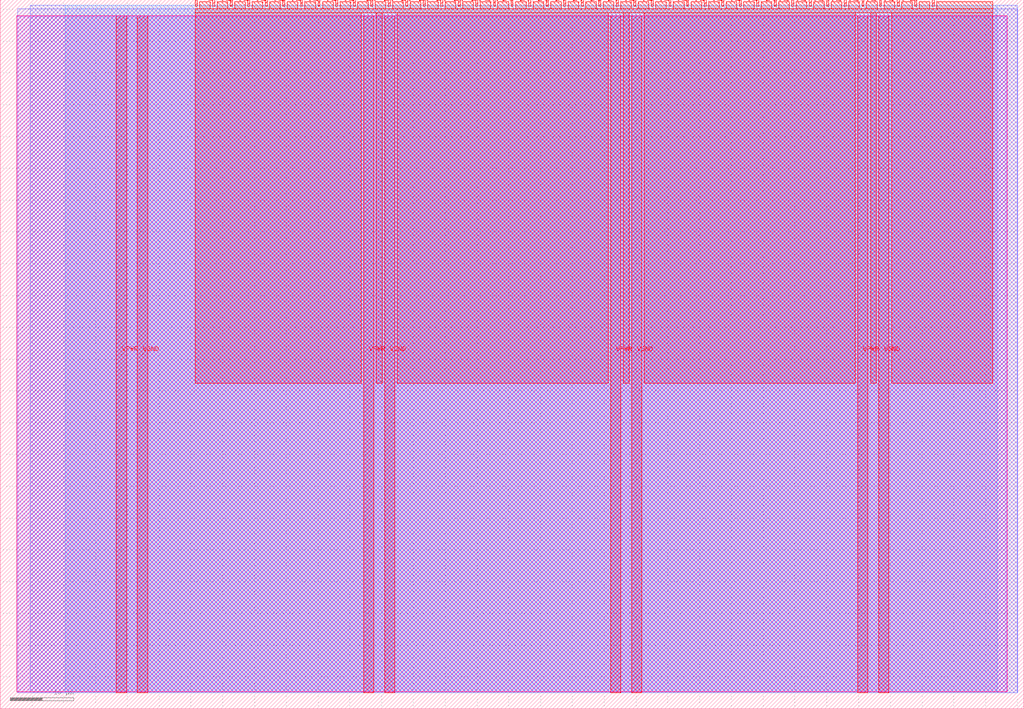
<source format=lef>
VERSION 5.7 ;
  NOWIREEXTENSIONATPIN ON ;
  DIVIDERCHAR "/" ;
  BUSBITCHARS "[]" ;
MACRO tt_um_tqv_peripheral_harness
  CLASS BLOCK ;
  FOREIGN tt_um_tqv_peripheral_harness ;
  ORIGIN 0.000 0.000 ;
  SIZE 161.000 BY 111.520 ;
  PIN VGND
    DIRECTION INOUT ;
    USE GROUND ;
    PORT
      LAYER met4 ;
        RECT 21.580 2.480 23.180 109.040 ;
    END
    PORT
      LAYER met4 ;
        RECT 60.450 2.480 62.050 109.040 ;
    END
    PORT
      LAYER met4 ;
        RECT 99.320 2.480 100.920 109.040 ;
    END
    PORT
      LAYER met4 ;
        RECT 138.190 2.480 139.790 109.040 ;
    END
  END VGND
  PIN VPWR
    DIRECTION INOUT ;
    USE POWER ;
    PORT
      LAYER met4 ;
        RECT 18.280 2.480 19.880 109.040 ;
    END
    PORT
      LAYER met4 ;
        RECT 57.150 2.480 58.750 109.040 ;
    END
    PORT
      LAYER met4 ;
        RECT 96.020 2.480 97.620 109.040 ;
    END
    PORT
      LAYER met4 ;
        RECT 134.890 2.480 136.490 109.040 ;
    END
  END VPWR
  PIN clk
    DIRECTION INPUT ;
    USE SIGNAL ;
    ANTENNAGATEAREA 0.852000 ;
    PORT
      LAYER met4 ;
        RECT 143.830 110.520 144.130 111.520 ;
    END
  END clk
  PIN ena
    DIRECTION INPUT ;
    USE SIGNAL ;
    ANTENNAGATEAREA 0.213000 ;
    PORT
      LAYER met4 ;
        RECT 146.590 110.520 146.890 111.520 ;
    END
  END ena
  PIN rst_n
    DIRECTION INPUT ;
    USE SIGNAL ;
    ANTENNAGATEAREA 0.631200 ;
    ANTENNADIFFAREA 0.434700 ;
    PORT
      LAYER met4 ;
        RECT 141.070 110.520 141.370 111.520 ;
    END
  END rst_n
  PIN ui_in[0]
    DIRECTION INPUT ;
    USE SIGNAL ;
    ANTENNAGATEAREA 0.631200 ;
    ANTENNADIFFAREA 0.434700 ;
    PORT
      LAYER met4 ;
        RECT 138.310 110.520 138.610 111.520 ;
    END
  END ui_in[0]
  PIN ui_in[1]
    DIRECTION INPUT ;
    USE SIGNAL ;
    ANTENNAGATEAREA 0.196500 ;
    PORT
      LAYER met4 ;
        RECT 135.550 110.520 135.850 111.520 ;
    END
  END ui_in[1]
  PIN ui_in[2]
    DIRECTION INPUT ;
    USE SIGNAL ;
    ANTENNAGATEAREA 0.196500 ;
    PORT
      LAYER met4 ;
        RECT 132.790 110.520 133.090 111.520 ;
    END
  END ui_in[2]
  PIN ui_in[3]
    DIRECTION INPUT ;
    USE SIGNAL ;
    ANTENNAGATEAREA 0.196500 ;
    PORT
      LAYER met4 ;
        RECT 130.030 110.520 130.330 111.520 ;
    END
  END ui_in[3]
  PIN ui_in[4]
    DIRECTION INPUT ;
    USE SIGNAL ;
    ANTENNAGATEAREA 0.196500 ;
    PORT
      LAYER met4 ;
        RECT 127.270 110.520 127.570 111.520 ;
    END
  END ui_in[4]
  PIN ui_in[5]
    DIRECTION INPUT ;
    USE SIGNAL ;
    ANTENNAGATEAREA 0.196500 ;
    PORT
      LAYER met4 ;
        RECT 124.510 110.520 124.810 111.520 ;
    END
  END ui_in[5]
  PIN ui_in[6]
    DIRECTION INPUT ;
    USE SIGNAL ;
    ANTENNAGATEAREA 0.196500 ;
    PORT
      LAYER met4 ;
        RECT 121.750 110.520 122.050 111.520 ;
    END
  END ui_in[6]
  PIN ui_in[7]
    DIRECTION INPUT ;
    USE SIGNAL ;
    ANTENNAGATEAREA 0.196500 ;
    PORT
      LAYER met4 ;
        RECT 118.990 110.520 119.290 111.520 ;
    END
  END ui_in[7]
  PIN uio_in[0]
    DIRECTION INPUT ;
    USE SIGNAL ;
    PORT
      LAYER met4 ;
        RECT 116.230 110.520 116.530 111.520 ;
    END
  END uio_in[0]
  PIN uio_in[1]
    DIRECTION INPUT ;
    USE SIGNAL ;
    PORT
      LAYER met4 ;
        RECT 113.470 110.520 113.770 111.520 ;
    END
  END uio_in[1]
  PIN uio_in[2]
    DIRECTION INPUT ;
    USE SIGNAL ;
    PORT
      LAYER met4 ;
        RECT 110.710 110.520 111.010 111.520 ;
    END
  END uio_in[2]
  PIN uio_in[3]
    DIRECTION INPUT ;
    USE SIGNAL ;
    PORT
      LAYER met4 ;
        RECT 107.950 110.520 108.250 111.520 ;
    END
  END uio_in[3]
  PIN uio_in[4]
    DIRECTION INPUT ;
    USE SIGNAL ;
    ANTENNAGATEAREA 0.196500 ;
    PORT
      LAYER met4 ;
        RECT 105.190 110.520 105.490 111.520 ;
    END
  END uio_in[4]
  PIN uio_in[5]
    DIRECTION INPUT ;
    USE SIGNAL ;
    ANTENNAGATEAREA 0.196500 ;
    PORT
      LAYER met4 ;
        RECT 102.430 110.520 102.730 111.520 ;
    END
  END uio_in[5]
  PIN uio_in[6]
    DIRECTION INPUT ;
    USE SIGNAL ;
    ANTENNAGATEAREA 0.196500 ;
    PORT
      LAYER met4 ;
        RECT 99.670 110.520 99.970 111.520 ;
    END
  END uio_in[6]
  PIN uio_in[7]
    DIRECTION INPUT ;
    USE SIGNAL ;
    PORT
      LAYER met4 ;
        RECT 96.910 110.520 97.210 111.520 ;
    END
  END uio_in[7]
  PIN uio_oe[0]
    DIRECTION OUTPUT ;
    USE SIGNAL ;
    PORT
      LAYER met4 ;
        RECT 49.990 110.520 50.290 111.520 ;
    END
  END uio_oe[0]
  PIN uio_oe[1]
    DIRECTION OUTPUT ;
    USE SIGNAL ;
    PORT
      LAYER met4 ;
        RECT 47.230 110.520 47.530 111.520 ;
    END
  END uio_oe[1]
  PIN uio_oe[2]
    DIRECTION OUTPUT ;
    USE SIGNAL ;
    PORT
      LAYER met4 ;
        RECT 44.470 110.520 44.770 111.520 ;
    END
  END uio_oe[2]
  PIN uio_oe[3]
    DIRECTION OUTPUT ;
    USE SIGNAL ;
    PORT
      LAYER met4 ;
        RECT 41.710 110.520 42.010 111.520 ;
    END
  END uio_oe[3]
  PIN uio_oe[4]
    DIRECTION OUTPUT ;
    USE SIGNAL ;
    PORT
      LAYER met4 ;
        RECT 38.950 110.520 39.250 111.520 ;
    END
  END uio_oe[4]
  PIN uio_oe[5]
    DIRECTION OUTPUT ;
    USE SIGNAL ;
    PORT
      LAYER met4 ;
        RECT 36.190 110.520 36.490 111.520 ;
    END
  END uio_oe[5]
  PIN uio_oe[6]
    DIRECTION OUTPUT ;
    USE SIGNAL ;
    PORT
      LAYER met4 ;
        RECT 33.430 110.520 33.730 111.520 ;
    END
  END uio_oe[6]
  PIN uio_oe[7]
    DIRECTION OUTPUT ;
    USE SIGNAL ;
    PORT
      LAYER met4 ;
        RECT 30.670 110.520 30.970 111.520 ;
    END
  END uio_oe[7]
  PIN uio_out[0]
    DIRECTION OUTPUT ;
    USE SIGNAL ;
    PORT
      LAYER met4 ;
        RECT 72.070 110.520 72.370 111.520 ;
    END
  END uio_out[0]
  PIN uio_out[1]
    DIRECTION OUTPUT ;
    USE SIGNAL ;
    PORT
      LAYER met4 ;
        RECT 69.310 110.520 69.610 111.520 ;
    END
  END uio_out[1]
  PIN uio_out[2]
    DIRECTION OUTPUT ;
    USE SIGNAL ;
    PORT
      LAYER met4 ;
        RECT 66.550 110.520 66.850 111.520 ;
    END
  END uio_out[2]
  PIN uio_out[3]
    DIRECTION OUTPUT ;
    USE SIGNAL ;
    ANTENNADIFFAREA 0.445500 ;
    PORT
      LAYER met4 ;
        RECT 63.790 110.520 64.090 111.520 ;
    END
  END uio_out[3]
  PIN uio_out[4]
    DIRECTION OUTPUT ;
    USE SIGNAL ;
    PORT
      LAYER met4 ;
        RECT 61.030 110.520 61.330 111.520 ;
    END
  END uio_out[4]
  PIN uio_out[5]
    DIRECTION OUTPUT ;
    USE SIGNAL ;
    PORT
      LAYER met4 ;
        RECT 58.270 110.520 58.570 111.520 ;
    END
  END uio_out[5]
  PIN uio_out[6]
    DIRECTION OUTPUT ;
    USE SIGNAL ;
    PORT
      LAYER met4 ;
        RECT 55.510 110.520 55.810 111.520 ;
    END
  END uio_out[6]
  PIN uio_out[7]
    DIRECTION OUTPUT ;
    USE SIGNAL ;
    PORT
      LAYER met4 ;
        RECT 52.750 110.520 53.050 111.520 ;
    END
  END uio_out[7]
  PIN uo_out[0]
    DIRECTION OUTPUT ;
    USE SIGNAL ;
    PORT
      LAYER met4 ;
        RECT 94.150 110.520 94.450 111.520 ;
    END
  END uo_out[0]
  PIN uo_out[1]
    DIRECTION OUTPUT ;
    USE SIGNAL ;
    PORT
      LAYER met4 ;
        RECT 91.390 110.520 91.690 111.520 ;
    END
  END uo_out[1]
  PIN uo_out[2]
    DIRECTION OUTPUT ;
    USE SIGNAL ;
    PORT
      LAYER met4 ;
        RECT 88.630 110.520 88.930 111.520 ;
    END
  END uo_out[2]
  PIN uo_out[3]
    DIRECTION OUTPUT ;
    USE SIGNAL ;
    PORT
      LAYER met4 ;
        RECT 85.870 110.520 86.170 111.520 ;
    END
  END uo_out[3]
  PIN uo_out[4]
    DIRECTION OUTPUT ;
    USE SIGNAL ;
    PORT
      LAYER met4 ;
        RECT 83.110 110.520 83.410 111.520 ;
    END
  END uo_out[4]
  PIN uo_out[5]
    DIRECTION OUTPUT ;
    USE SIGNAL ;
    PORT
      LAYER met4 ;
        RECT 80.350 110.520 80.650 111.520 ;
    END
  END uo_out[5]
  PIN uo_out[6]
    DIRECTION OUTPUT ;
    USE SIGNAL ;
    PORT
      LAYER met4 ;
        RECT 77.590 110.520 77.890 111.520 ;
    END
  END uo_out[6]
  PIN uo_out[7]
    DIRECTION OUTPUT ;
    USE SIGNAL ;
    PORT
      LAYER met4 ;
        RECT 74.830 110.520 75.130 111.520 ;
    END
  END uo_out[7]
  OBS
      LAYER nwell ;
        RECT 2.570 2.635 158.430 108.990 ;
      LAYER li1 ;
        RECT 2.760 2.635 158.240 108.885 ;
      LAYER met1 ;
        RECT 2.760 2.480 160.010 110.120 ;
      LAYER met2 ;
        RECT 4.700 2.535 159.980 110.685 ;
      LAYER met3 ;
        RECT 10.185 2.555 156.795 110.665 ;
      LAYER met4 ;
        RECT 31.370 110.120 33.030 111.170 ;
        RECT 34.130 110.120 35.790 111.170 ;
        RECT 36.890 110.120 38.550 111.170 ;
        RECT 39.650 110.120 41.310 111.170 ;
        RECT 42.410 110.120 44.070 111.170 ;
        RECT 45.170 110.120 46.830 111.170 ;
        RECT 47.930 110.120 49.590 111.170 ;
        RECT 50.690 110.120 52.350 111.170 ;
        RECT 53.450 110.120 55.110 111.170 ;
        RECT 56.210 110.120 57.870 111.170 ;
        RECT 58.970 110.120 60.630 111.170 ;
        RECT 61.730 110.120 63.390 111.170 ;
        RECT 64.490 110.120 66.150 111.170 ;
        RECT 67.250 110.120 68.910 111.170 ;
        RECT 70.010 110.120 71.670 111.170 ;
        RECT 72.770 110.120 74.430 111.170 ;
        RECT 75.530 110.120 77.190 111.170 ;
        RECT 78.290 110.120 79.950 111.170 ;
        RECT 81.050 110.120 82.710 111.170 ;
        RECT 83.810 110.120 85.470 111.170 ;
        RECT 86.570 110.120 88.230 111.170 ;
        RECT 89.330 110.120 90.990 111.170 ;
        RECT 92.090 110.120 93.750 111.170 ;
        RECT 94.850 110.120 96.510 111.170 ;
        RECT 97.610 110.120 99.270 111.170 ;
        RECT 100.370 110.120 102.030 111.170 ;
        RECT 103.130 110.120 104.790 111.170 ;
        RECT 105.890 110.120 107.550 111.170 ;
        RECT 108.650 110.120 110.310 111.170 ;
        RECT 111.410 110.120 113.070 111.170 ;
        RECT 114.170 110.120 115.830 111.170 ;
        RECT 116.930 110.120 118.590 111.170 ;
        RECT 119.690 110.120 121.350 111.170 ;
        RECT 122.450 110.120 124.110 111.170 ;
        RECT 125.210 110.120 126.870 111.170 ;
        RECT 127.970 110.120 129.630 111.170 ;
        RECT 130.730 110.120 132.390 111.170 ;
        RECT 133.490 110.120 135.150 111.170 ;
        RECT 136.250 110.120 137.910 111.170 ;
        RECT 139.010 110.120 140.670 111.170 ;
        RECT 141.770 110.120 143.430 111.170 ;
        RECT 144.530 110.120 146.190 111.170 ;
        RECT 147.290 110.120 156.105 111.170 ;
        RECT 30.655 109.440 156.105 110.120 ;
        RECT 30.655 51.175 56.750 109.440 ;
        RECT 59.150 51.175 60.050 109.440 ;
        RECT 62.450 51.175 95.620 109.440 ;
        RECT 98.020 51.175 98.920 109.440 ;
        RECT 101.320 51.175 134.490 109.440 ;
        RECT 136.890 51.175 137.790 109.440 ;
        RECT 140.190 51.175 156.105 109.440 ;
  END
END tt_um_tqv_peripheral_harness
END LIBRARY


</source>
